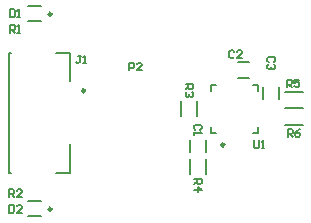
<source format=gto>
G04*
G04 #@! TF.GenerationSoftware,Altium Limited,Altium Designer,24.1.2 (44)*
G04*
G04 Layer_Color=65535*
%FSLAX44Y44*%
%MOMM*%
G71*
G04*
G04 #@! TF.SameCoordinates,47630513-E096-4814-B05C-B46C922ECB9E*
G04*
G04*
G04 #@! TF.FilePolarity,Positive*
G04*
G01*
G75*
%ADD10C,0.2500*%
%ADD11C,0.2000*%
%ADD12C,0.1524*%
D10*
X73703Y138130D02*
G03*
X73703Y138130I-1250J0D01*
G01*
X45230Y37850D02*
G03*
X45230Y37850I-1250J0D01*
G01*
Y202950D02*
G03*
X45230Y202950I-1250J0D01*
G01*
X191652Y92298D02*
G03*
X191652Y92298I-1250J0D01*
G01*
D11*
X162414Y67806D02*
Y80530D01*
X175914Y67806D02*
Y80530D01*
X8950Y68631D02*
Y170130D01*
X60950Y68631D02*
Y92631D01*
Y146130D02*
Y170130D01*
X48950D02*
X60950D01*
X48950Y68630D02*
X60950D01*
X8950Y170130D02*
X10950D01*
X8950Y68630D02*
X10950D01*
X224640Y131144D02*
Y141144D01*
X237640Y131144D02*
Y141144D01*
X202772Y162068D02*
X212772D01*
X202772Y149068D02*
X212772D01*
X162664Y86440D02*
Y96440D01*
X175664Y86440D02*
Y96440D01*
X243082Y109470D02*
X257806D01*
X243082Y123194D02*
X257806D01*
X243082Y123186D02*
X257806D01*
X243082Y136910D02*
X257806D01*
X155302Y117082D02*
Y129806D01*
X168802Y117082D02*
Y129806D01*
X25087Y44413D02*
X36087D01*
X24980Y31600D02*
X35980D01*
X25087Y209513D02*
X36087D01*
X24980Y196700D02*
X35980D01*
X180152Y102548D02*
X184652D01*
X215652D02*
X220152D01*
Y138048D02*
Y142548D01*
Y102548D02*
Y107048D01*
X180152Y142548D02*
X184652D01*
X215652D02*
X220152D01*
X180152Y138048D02*
Y142548D01*
Y102548D02*
Y107048D01*
D12*
X70104Y167766D02*
X67988D01*
X69046D01*
Y162476D01*
X67988Y161418D01*
X66930D01*
X65872Y162476D01*
X72220Y161418D02*
X74336D01*
X73278D01*
Y167766D01*
X72220Y166708D01*
X245205Y99322D02*
Y105670D01*
X248379D01*
X249436Y104612D01*
Y102496D01*
X248379Y101438D01*
X245205D01*
X247320D02*
X249436Y99322D01*
X255784Y105670D02*
X253668Y104612D01*
X251553Y102496D01*
Y100380D01*
X252610Y99322D01*
X254727D01*
X255784Y100380D01*
Y101438D01*
X254727Y102496D01*
X251553D01*
X244646Y141098D02*
Y147446D01*
X247820D01*
X248878Y146388D01*
Y144272D01*
X247820Y143214D01*
X244646D01*
X246762D02*
X248878Y141098D01*
X255226Y147446D02*
X250994D01*
Y144272D01*
X253110Y145330D01*
X254168D01*
X255226Y144272D01*
Y142156D01*
X254168Y141098D01*
X252052D01*
X250994Y142156D01*
X165990Y63202D02*
X172338D01*
Y60028D01*
X171280Y58970D01*
X169164D01*
X168106Y60028D01*
Y63202D01*
Y61086D02*
X165990Y58970D01*
Y53680D02*
X172338D01*
X169164Y56854D01*
Y52622D01*
X158878Y143466D02*
X165226D01*
Y140292D01*
X164168Y139234D01*
X162052D01*
X160994Y140292D01*
Y143466D01*
Y141350D02*
X158878Y139234D01*
X164168Y137118D02*
X165226Y136060D01*
Y133944D01*
X164168Y132886D01*
X163110D01*
X162052Y133944D01*
Y135002D01*
Y133944D01*
X160994Y132886D01*
X159936D01*
X158878Y133944D01*
Y136060D01*
X159936Y137118D01*
X233256Y162602D02*
X234314Y163660D01*
Y165776D01*
X233256Y166834D01*
X229024D01*
X227966Y165776D01*
Y163660D01*
X229024Y162602D01*
X233256Y160486D02*
X234314Y159428D01*
Y157312D01*
X233256Y156254D01*
X232198D01*
X231140Y157312D01*
Y158370D01*
Y157312D01*
X230082Y156254D01*
X229024D01*
X227966Y157312D01*
Y159428D01*
X229024Y160486D01*
X200110Y171280D02*
X199052Y172338D01*
X196936D01*
X195878Y171280D01*
Y167048D01*
X196936Y165990D01*
X199052D01*
X200110Y167048D01*
X206458Y165990D02*
X202226D01*
X206458Y170222D01*
Y171280D01*
X205400Y172338D01*
X203284D01*
X202226Y171280D01*
X171280Y105156D02*
X172338Y106214D01*
Y108330D01*
X171280Y109388D01*
X167048D01*
X165990Y108330D01*
Y106214D01*
X167048Y105156D01*
X165990Y103040D02*
Y100924D01*
Y101982D01*
X172338D01*
X171280Y103040D01*
X9442Y41274D02*
Y34926D01*
X12616D01*
X13674Y35984D01*
Y40216D01*
X12616Y41274D01*
X9442D01*
X20022Y34926D02*
X15790D01*
X20022Y39158D01*
Y40216D01*
X18964Y41274D01*
X16848D01*
X15790Y40216D01*
X9992Y206882D02*
Y200534D01*
X13166D01*
X14224Y201592D01*
Y205824D01*
X13166Y206882D01*
X9992D01*
X16340Y200534D02*
X18456D01*
X17398D01*
Y206882D01*
X16340Y205824D01*
X9442Y48134D02*
Y54482D01*
X12616D01*
X13674Y53424D01*
Y51308D01*
X12616Y50250D01*
X9442D01*
X11558D02*
X13674Y48134D01*
X20022D02*
X15790D01*
X20022Y52366D01*
Y53424D01*
X18964Y54482D01*
X16848D01*
X15790Y53424D01*
X9992Y187326D02*
Y193674D01*
X13166D01*
X14224Y192616D01*
Y190500D01*
X13166Y189442D01*
X9992D01*
X12108D02*
X14224Y187326D01*
X16340D02*
X18456D01*
X17398D01*
Y193674D01*
X16340Y192616D01*
X111042Y155322D02*
Y161670D01*
X114216D01*
X115274Y160612D01*
Y158496D01*
X114216Y157438D01*
X111042D01*
X121622Y155322D02*
X117390D01*
X121622Y159554D01*
Y160612D01*
X120564Y161670D01*
X118448D01*
X117390Y160612D01*
X216748Y96138D02*
Y90848D01*
X217806Y89790D01*
X219922D01*
X220980Y90848D01*
Y96138D01*
X223096Y89790D02*
X225212D01*
X224154D01*
Y96138D01*
X223096Y95080D01*
M02*

</source>
